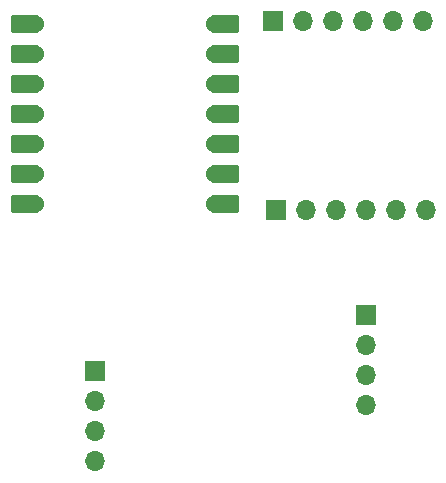
<source format=gbr>
%TF.GenerationSoftware,KiCad,Pcbnew,9.0.0*%
%TF.CreationDate,2025-06-10T19:10:25+05:30*%
%TF.ProjectId,andytrackerv2,616e6479-7472-4616-936b-657276322e6b,rev?*%
%TF.SameCoordinates,Original*%
%TF.FileFunction,Soldermask,Top*%
%TF.FilePolarity,Negative*%
%FSLAX46Y46*%
G04 Gerber Fmt 4.6, Leading zero omitted, Abs format (unit mm)*
G04 Created by KiCad (PCBNEW 9.0.0) date 2025-06-10 19:10:25*
%MOMM*%
%LPD*%
G01*
G04 APERTURE LIST*
G04 Aperture macros list*
%AMRoundRect*
0 Rectangle with rounded corners*
0 $1 Rounding radius*
0 $2 $3 $4 $5 $6 $7 $8 $9 X,Y pos of 4 corners*
0 Add a 4 corners polygon primitive as box body*
4,1,4,$2,$3,$4,$5,$6,$7,$8,$9,$2,$3,0*
0 Add four circle primitives for the rounded corners*
1,1,$1+$1,$2,$3*
1,1,$1+$1,$4,$5*
1,1,$1+$1,$6,$7*
1,1,$1+$1,$8,$9*
0 Add four rect primitives between the rounded corners*
20,1,$1+$1,$2,$3,$4,$5,0*
20,1,$1+$1,$4,$5,$6,$7,0*
20,1,$1+$1,$6,$7,$8,$9,0*
20,1,$1+$1,$8,$9,$2,$3,0*%
G04 Aperture macros list end*
%ADD10RoundRect,0.152400X1.063600X0.609600X-1.063600X0.609600X-1.063600X-0.609600X1.063600X-0.609600X0*%
%ADD11C,1.524000*%
%ADD12RoundRect,0.152400X-1.063600X-0.609600X1.063600X-0.609600X1.063600X0.609600X-1.063600X0.609600X0*%
%ADD13R,1.700000X1.700000*%
%ADD14O,1.700000X1.700000*%
G04 APERTURE END LIST*
D10*
%TO.C,U1*%
X154590000Y-97300000D03*
D11*
X155425000Y-97300000D03*
D10*
X154590000Y-99840000D03*
D11*
X155425000Y-99840000D03*
D10*
X154590000Y-102380000D03*
D11*
X155425000Y-102380000D03*
D10*
X154590000Y-104920000D03*
D11*
X155425000Y-104920000D03*
D10*
X154590000Y-107460000D03*
D11*
X155425000Y-107460000D03*
D10*
X154590000Y-110000000D03*
D11*
X155425000Y-110000000D03*
D10*
X154590000Y-112540000D03*
D11*
X155425000Y-112540000D03*
X170665000Y-112540000D03*
D12*
X171500000Y-112540000D03*
D11*
X170665000Y-110000000D03*
D12*
X171500000Y-110000000D03*
D11*
X170665000Y-107460000D03*
D12*
X171500000Y-107460000D03*
D11*
X170665000Y-104920000D03*
D12*
X171500000Y-104920000D03*
D11*
X170665000Y-102380000D03*
D12*
X171500000Y-102380000D03*
D11*
X170665000Y-99840000D03*
D12*
X171500000Y-99840000D03*
D11*
X170665000Y-97300000D03*
D12*
X171500000Y-97300000D03*
%TD*%
D13*
%TO.C,J4*%
X183500000Y-121920000D03*
D14*
X183500000Y-124460000D03*
X183500000Y-127000000D03*
X183500000Y-129540000D03*
%TD*%
D13*
%TO.C,J1*%
X175585000Y-97025000D03*
D14*
X178125000Y-97025000D03*
X180665000Y-97025000D03*
X183205000Y-97025000D03*
X185745000Y-97025000D03*
X188285000Y-97025000D03*
%TD*%
D13*
%TO.C,J2*%
X175840000Y-113000000D03*
D14*
X178380000Y-113000000D03*
X180920000Y-113000000D03*
X183460000Y-113000000D03*
X186000000Y-113000000D03*
X188540000Y-113000000D03*
%TD*%
D13*
%TO.C,J3*%
X160525000Y-126700000D03*
D14*
X160525000Y-129240000D03*
X160525000Y-131780000D03*
X160525000Y-134320000D03*
%TD*%
M02*

</source>
